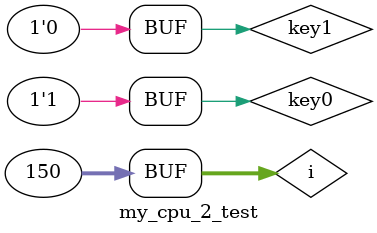
<source format=v>

`timescale 1ns/100ps
`include "../src/defines.h"

module my_cpu_2_test;

    reg key0;
    reg key1;
    reg key2;
    reg key3;
    reg clk;
    reg  [3:0]	key_in_y;		//用于外接矩阵键盘
    wire [3:0]	key_out_x;		//用于外接矩阵键盘
    wire [3:0] 	led;				//FPGA开发板上LED3~LED0
    wire [5:0]   seg_sel;			//用于6位数码管显示
    wire [7:0]	seg_data;		//用于6位数码管显示
    wire [15:0]	led_out;			//外接16个LED灯

    my_cpu_5 u_mycpu
           (
               key0,				//FPGA开发板上RESET键，默认为逻辑1
               key1,				//FPGA开发板上KEY1键，默认为逻辑1
               key2,				//FPGA开发板上KEY2键，默认为逻辑1
               key3,				//FPGA开发板上KEY3键，默认为逻辑1
               clk,				//FPGA开发板上50M时钟信号
               key_in_y,		//用于外接矩阵键盘
               key_out_x,		//用于外接矩阵键盘
               led,				//FPGA开发板上LED3~LED0
               seg_sel,			//用于6位数码管显示
               seg_data,		//用于6位数码管显示
               led_out			//外接16个LED灯
               //output 			c_out
           );

    integer i;
    initial begin


        key0 = 1;key1 = 1;
        # 100;
        key0 = 0;
		  #100;
		  key0 = 1;
		  #100;
		  key1=0;
        #100;


        for (i = 0; i < 150; i=i+1) begin
            key1 =  ~key1;
            #100;
        end


//	#100;
//	for (i = 0; i < 24; i=i+1) begin
//		key3 =  ~key3;
//		#100;
//	end
//	addr = 0;
//	#100;
//	addr=1;
//	#100;
//	addr=2;
//	#100;
//	addr=3;
//	#100;

    end

endmodule

</source>
